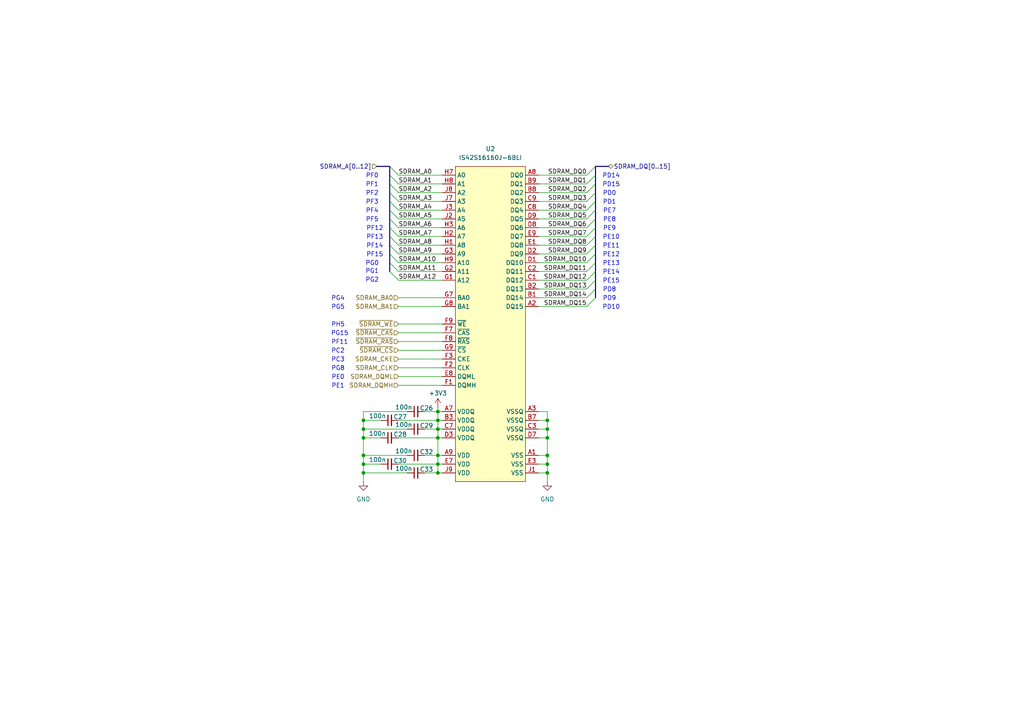
<source format=kicad_sch>
(kicad_sch (version 20231120) (generator "eeschema") (generator_version "8.0")
  (paper "A4")
  (lib_symbols
    (symbol "Device:C_Small" (pin_numbers hide) (pin_names (offset 0.254) hide)
      (property "Reference" "C" (at 0.254 1.778 0))
      (property "Value" "C_Small" (at 0.254 -2.032 0))
      (symbol "C_Small_0_1"
        (polyline (pts (xy -1.524 -0.508) (xy 1.524 -0.508)) (stroke (width 0.3302)))
        (polyline (pts (xy -1.524 0.508) (xy 1.524 0.508)) (stroke (width 0.3048)))
      )
      (symbol "C_Small_1_1"
        (pin passive line (at 0 2.54 270) (length 2.032) (name "~") (number "1"))
        (pin passive line (at 0 -2.54 90) (length 2.032) (name "~") (number "2"))
      )
    )
    (symbol "Memory_SDRAM:IS42S16160J-6BLI-BGA"
      (property "Reference" "U" (at 0 50.038 0))
      (property "Value" "IS42S16160J-6BLI" (at 0 47.752 0))
      (symbol "IS42S16160J-6BLI-BGA_1_1"
        (rectangle (start -10.16 45.72) (end 10.16 -45.72) (fill (type background)))
        (pin power_in line (at 13.97 -38.1 180) (length 3.81) (name "VSS") (number "A1"))
        (pin bidirectional line (at 13.97 5.08 180) (length 3.81) (name "DQ15") (number "A2"))
        (pin power_in line (at 13.97 -25.4 180) (length 3.81) (name "VSSQ") (number "A3"))
        (pin power_in line (at -13.97 -25.4 0) (length 3.81) (name "VDDQ") (number "A7"))
        (pin bidirectional line (at 13.97 43.18 180) (length 3.81) (name "DQ0") (number "A8"))
        (pin power_in line (at -13.97 -38.1 0) (length 3.81) (name "VDD") (number "A9"))
        (pin bidirectional line (at 13.97 7.62 180) (length 3.81) (name "DQ14") (number "B1"))
        (pin bidirectional line (at 13.97 10.16 180) (length 3.81) (name "DQ13") (number "B2"))
        (pin power_in line (at -13.97 -27.94 0) (length 3.81) (name "VDDQ") (number "B3"))
        (pin power_in line (at 13.97 -27.94 180) (length 3.81) (name "VSSQ") (number "B7"))
        (pin bidirectional line (at 13.97 38.1 180) (length 3.81) (name "DQ2") (number "B8"))
        (pin bidirectional line (at 13.97 40.64 180) (length 3.81) (name "DQ1") (number "B9"))
        (pin bidirectional line (at 13.97 12.7 180) (length 3.81) (name "DQ12") (number "C1"))
        (pin bidirectional line (at 13.97 15.24 180) (length 3.81) (name "DQ11") (number "C2"))
        (pin power_in line (at 13.97 -30.48 180) (length 3.81) (name "VSSQ") (number "C3"))
        (pin power_in line (at -13.97 -30.48 0) (length 3.81) (name "VDDQ") (number "C7"))
        (pin bidirectional line (at 13.97 33.02 180) (length 3.81) (name "DQ4") (number "C8"))
        (pin bidirectional line (at 13.97 35.56 180) (length 3.81) (name "DQ3") (number "C9"))
        (pin bidirectional line (at 13.97 17.78 180) (length 3.81) (name "DQ10") (number "D1"))
        (pin bidirectional line (at 13.97 20.32 180) (length 3.81) (name "DQ9") (number "D2"))
        (pin power_in line (at -13.97 -33.02 0) (length 3.81) (name "VDDQ") (number "D3"))
        (pin power_in line (at 13.97 -33.02 180) (length 3.81) (name "VSSQ") (number "D7"))
        (pin bidirectional line (at 13.97 27.94 180) (length 3.81) (name "DQ6") (number "D8"))
        (pin bidirectional line (at 13.97 30.48 180) (length 3.81) (name "DQ5") (number "D9"))
        (pin bidirectional line (at 13.97 22.86 180) (length 3.81) (name "DQ8") (number "E1"))
        (pin no_connect line (at 13.97 0 180) (length 3.81) hide (name "NC") (number "E2"))
        (pin power_in line (at 13.97 -40.64 180) (length 3.81) (name "VSS") (number "E3"))
        (pin power_in line (at -13.97 -40.64 0) (length 3.81) (name "VDD") (number "E7"))
        (pin input line (at -13.97 -15.24 0) (length 3.81) (name "DQML") (number "E8"))
        (pin bidirectional line (at 13.97 25.4 180) (length 3.81) (name "DQ7") (number "E9"))
        (pin input line (at -13.97 -17.78 0) (length 3.81) (name "DQMH") (number "F1"))
        (pin input line (at -13.97 -12.7 0) (length 3.81) (name "CLK") (number "F2"))
        (pin input line (at -13.97 -10.16 0) (length 3.81) (name "CKE") (number "F3"))
        (pin input line (at -13.97 -2.54 0) (length 3.81) (name "~{CAS}") (number "F7"))
        (pin input line (at -13.97 -5.08 0) (length 3.81) (name "~{RAS}") (number "F8"))
        (pin input line (at -13.97 0 0) (length 3.81) (name "~{WE}") (number "F9"))
        (pin input line (at -13.97 12.7 0) (length 3.81) (name "A12") (number "G1"))
        (pin input line (at -13.97 15.24 0) (length 3.81) (name "A11") (number "G2"))
        (pin input line (at -13.97 20.32 0) (length 3.81) (name "A9") (number "G3"))
        (pin input line (at -13.97 7.62 0) (length 3.81) (name "BA0") (number "G7"))
        (pin input line (at -13.97 5.08 0) (length 3.81) (name "BA1") (number "G8"))
        (pin input line (at -13.97 -7.62 0) (length 3.81) (name "~{CS}") (number "G9"))
        (pin input line (at -13.97 22.86 0) (length 3.81) (name "A8") (number "H1"))
        (pin input line (at -13.97 25.4 0) (length 3.81) (name "A7") (number "H2"))
        (pin input line (at -13.97 27.94 0) (length 3.81) (name "A6") (number "H3"))
        (pin input line (at -13.97 43.18 0) (length 3.81) (name "A0") (number "H7"))
        (pin input line (at -13.97 40.64 0) (length 3.81) (name "A1") (number "H8"))
        (pin input line (at -13.97 17.78 0) (length 3.81) (name "A10") (number "H9"))
        (pin power_in line (at 13.97 -43.18 180) (length 3.81) (name "VSS") (number "J1"))
        (pin input line (at -13.97 30.48 0) (length 3.81) (name "A5") (number "J2"))
        (pin input line (at -13.97 33.02 0) (length 3.81) (name "A4") (number "J3"))
        (pin input line (at -13.97 35.56 0) (length 3.81) (name "A3") (number "J7"))
        (pin input line (at -13.97 38.1 0) (length 3.81) (name "A2") (number "J8"))
        (pin power_in line (at -13.97 -43.18 0) (length 3.81) (name "VDD") (number "J9"))
      )
    )
    (symbol "power:+3V3" (power) (pin_numbers hide) (pin_names (offset 0) hide)
      (property "Value" "+3V3" (at 0 3.556 0))
      (symbol "+3V3_0_1"
        (polyline (pts (xy -0.762 1.27) (xy 0 2.54)))
        (polyline (pts (xy 0 0) (xy 0 2.54)))
        (polyline (pts (xy 0 2.54) (xy 0.762 1.27)))
      )
      (symbol "+3V3_1_1"
        (pin power_in line (at 0 0 90) (length 0) (name "~") (number "1"))
      )
    )
    (symbol "power:GND" (power) (pin_numbers hide) (pin_names (offset 0) hide)
      (property "Value" "GND" (at 0 -3.81 0))
      (symbol "GND_0_1"
        (polyline (pts (xy 0 0) (xy 0 -1.27) (xy 1.27 -1.27) (xy 0 -2.54) (xy -1.27 -1.27) (xy 0 -1.27)))
      )
      (symbol "GND_1_1"
        (pin power_in line (at 0 0 270) (length 0) (name "~") (number "1"))
      )
    )
  )
  (junction (at 105.41 132.08))
  (junction (at 158.75 124.46))
  (junction (at 127 134.62))
  (junction (at 158.75 137.16))
  (junction (at 158.75 121.92))
  (junction (at 127 127))
  (junction (at 105.41 121.92))
  (junction (at 105.41 124.46))
  (junction (at 105.41 127))
  (junction (at 158.75 132.08))
  (junction (at 127 119.38))
  (junction (at 105.41 134.62))
  (junction (at 105.41 137.16))
  (junction (at 158.75 134.62))
  (junction (at 127 121.92))
  (junction (at 127 132.08))
  (junction (at 158.75 127))
  (junction (at 127 137.16))
  (junction (at 127 124.46))
  (bus_entry (at 113.03 55.88) (size 2.54 2.54))
  (bus_entry (at 172.72 73.66) (size -2.54 2.54))
  (bus_entry (at 172.72 76.2) (size -2.54 2.54))
  (bus_entry (at 113.03 48.26) (size 2.54 2.54))
  (bus_entry (at 172.72 48.26) (size -2.54 2.54))
  (bus_entry (at 113.03 63.5) (size 2.54 2.54))
  (bus_entry (at 113.03 78.74) (size 2.54 2.54))
  (bus_entry (at 172.72 53.34) (size -2.54 2.54))
  (bus_entry (at 113.03 76.2) (size 2.54 2.54))
  (bus_entry (at 172.72 66.04) (size -2.54 2.54))
  (bus_entry (at 172.72 83.82) (size -2.54 2.54))
  (bus_entry (at 113.03 71.12) (size 2.54 2.54))
  (bus_entry (at 172.72 63.5) (size -2.54 2.54))
  (bus_entry (at 172.72 71.12) (size -2.54 2.54))
  (bus_entry (at 172.72 78.74) (size -2.54 2.54))
  (bus_entry (at 113.03 68.58) (size 2.54 2.54))
  (bus_entry (at 172.72 60.96) (size -2.54 2.54))
  (bus_entry (at 113.03 53.34) (size 2.54 2.54))
  (bus_entry (at 172.72 86.36) (size -2.54 2.54))
  (bus_entry (at 113.03 66.04) (size 2.54 2.54))
  (bus_entry (at 172.72 68.58) (size -2.54 2.54))
  (bus_entry (at 113.03 73.66) (size 2.54 2.54))
  (bus_entry (at 172.72 81.28) (size -2.54 2.54))
  (bus_entry (at 113.03 50.8) (size 2.54 2.54))
  (bus_entry (at 172.72 58.42) (size -2.54 2.54))
  (bus_entry (at 172.72 55.88) (size -2.54 2.54))
  (bus_entry (at 172.72 50.8) (size -2.54 2.54))
  (bus_entry (at 113.03 60.96) (size 2.54 2.54))
  (bus_entry (at 113.03 58.42) (size 2.54 2.54))
  (wire (pts (xy 115.57 93.98) (xy 128.27 93.98)))
  (bus (pts (xy 172.72 60.96) (xy 172.72 63.5)))
  (wire (pts (xy 156.21 63.5) (xy 170.18 63.5)))
  (wire (pts (xy 115.57 60.96) (xy 128.27 60.96)))
  (wire (pts (xy 105.41 124.46) (xy 105.41 127)))
  (wire (pts (xy 127 119.38) (xy 128.27 119.38)))
  (bus (pts (xy 113.03 48.26) (xy 113.03 50.8)))
  (bus (pts (xy 172.72 66.04) (xy 172.72 68.58)))
  (wire (pts (xy 156.21 127) (xy 158.75 127)))
  (bus (pts (xy 113.03 73.66) (xy 113.03 76.2)))
  (wire (pts (xy 156.21 124.46) (xy 158.75 124.46)))
  (wire (pts (xy 105.41 132.08) (xy 118.11 132.08)))
  (wire (pts (xy 115.57 109.22) (xy 128.27 109.22)))
  (bus (pts (xy 172.72 81.28) (xy 172.72 83.82)))
  (wire (pts (xy 115.57 53.34) (xy 128.27 53.34)))
  (wire (pts (xy 105.41 134.62) (xy 105.41 137.16)))
  (wire (pts (xy 115.57 96.52) (xy 128.27 96.52)))
  (wire (pts (xy 156.21 71.12) (xy 170.18 71.12)))
  (wire (pts (xy 127 121.92) (xy 128.27 121.92)))
  (wire (pts (xy 115.57 78.74) (xy 128.27 78.74)))
  (wire (pts (xy 127 134.62) (xy 127 137.16)))
  (wire (pts (xy 158.75 132.08) (xy 158.75 134.62)))
  (wire (pts (xy 156.21 134.62) (xy 158.75 134.62)))
  (wire (pts (xy 115.57 76.2) (xy 128.27 76.2)))
  (wire (pts (xy 156.21 73.66) (xy 170.18 73.66)))
  (bus (pts (xy 172.72 48.26) (xy 176.53 48.26)))
  (wire (pts (xy 105.41 137.16) (xy 118.11 137.16)))
  (wire (pts (xy 156.21 86.36) (xy 170.18 86.36)))
  (wire (pts (xy 127 137.16) (xy 128.27 137.16)))
  (wire (pts (xy 156.21 78.74) (xy 170.18 78.74)))
  (wire (pts (xy 115.57 88.9) (xy 128.27 88.9)))
  (wire (pts (xy 156.21 76.2) (xy 170.18 76.2)))
  (wire (pts (xy 127 132.08) (xy 128.27 132.08)))
  (wire (pts (xy 105.41 119.38) (xy 105.41 121.92)))
  (wire (pts (xy 115.57 127) (xy 127 127)))
  (wire (pts (xy 127 118.11) (xy 127 119.38)))
  (wire (pts (xy 115.57 73.66) (xy 128.27 73.66)))
  (wire (pts (xy 115.57 58.42) (xy 128.27 58.42)))
  (wire (pts (xy 115.57 106.68) (xy 128.27 106.68)))
  (wire (pts (xy 115.57 71.12) (xy 128.27 71.12)))
  (wire (pts (xy 105.41 127) (xy 110.49 127)))
  (bus (pts (xy 113.03 60.96) (xy 113.03 63.5)))
  (wire (pts (xy 156.21 58.42) (xy 170.18 58.42)))
  (wire (pts (xy 158.75 119.38) (xy 158.75 121.92)))
  (wire (pts (xy 158.75 134.62) (xy 158.75 137.16)))
  (wire (pts (xy 115.57 81.28) (xy 128.27 81.28)))
  (wire (pts (xy 127 132.08) (xy 127 134.62)))
  (wire (pts (xy 156.21 50.8) (xy 170.18 50.8)))
  (wire (pts (xy 123.19 124.46) (xy 127 124.46)))
  (bus (pts (xy 172.72 83.82) (xy 172.72 86.36)))
  (wire (pts (xy 123.19 137.16) (xy 127 137.16)))
  (bus (pts (xy 172.72 50.8) (xy 172.72 53.34)))
  (wire (pts (xy 156.21 53.34) (xy 170.18 53.34)))
  (wire (pts (xy 115.57 99.06) (xy 128.27 99.06)))
  (wire (pts (xy 156.21 55.88) (xy 170.18 55.88)))
  (bus (pts (xy 109.22 48.26) (xy 113.03 48.26)))
  (bus (pts (xy 172.72 53.34) (xy 172.72 55.88)))
  (wire (pts (xy 105.41 124.46) (xy 118.11 124.46)))
  (wire (pts (xy 115.57 68.58) (xy 128.27 68.58)))
  (wire (pts (xy 127 119.38) (xy 127 121.92)))
  (wire (pts (xy 156.21 121.92) (xy 158.75 121.92)))
  (bus (pts (xy 113.03 76.2) (xy 113.03 78.74)))
  (wire (pts (xy 158.75 127) (xy 158.75 132.08)))
  (wire (pts (xy 156.21 60.96) (xy 170.18 60.96)))
  (bus (pts (xy 113.03 66.04) (xy 113.03 68.58)))
  (wire (pts (xy 115.57 104.14) (xy 128.27 104.14)))
  (wire (pts (xy 127 121.92) (xy 127 124.46)))
  (bus (pts (xy 172.72 58.42) (xy 172.72 60.96)))
  (wire (pts (xy 105.41 121.92) (xy 105.41 124.46)))
  (wire (pts (xy 115.57 66.04) (xy 128.27 66.04)))
  (wire (pts (xy 115.57 55.88) (xy 128.27 55.88)))
  (bus (pts (xy 113.03 50.8) (xy 113.03 53.34)))
  (wire (pts (xy 105.41 127) (xy 105.41 132.08)))
  (wire (pts (xy 115.57 63.5) (xy 128.27 63.5)))
  (wire (pts (xy 156.21 66.04) (xy 170.18 66.04)))
  (bus (pts (xy 113.03 53.34) (xy 113.03 55.88)))
  (wire (pts (xy 115.57 101.6) (xy 128.27 101.6)))
  (bus (pts (xy 172.72 73.66) (xy 172.72 76.2)))
  (wire (pts (xy 123.19 132.08) (xy 127 132.08)))
  (bus (pts (xy 113.03 71.12) (xy 113.03 73.66)))
  (wire (pts (xy 105.41 137.16) (xy 105.41 139.7)))
  (bus (pts (xy 172.72 71.12) (xy 172.72 73.66)))
  (wire (pts (xy 115.57 50.8) (xy 128.27 50.8)))
  (wire (pts (xy 158.75 124.46) (xy 158.75 127)))
  (wire (pts (xy 156.21 88.9) (xy 170.18 88.9)))
  (bus (pts (xy 113.03 58.42) (xy 113.03 60.96)))
  (wire (pts (xy 127 124.46) (xy 127 127)))
  (wire (pts (xy 115.57 121.92) (xy 127 121.92)))
  (wire (pts (xy 156.21 137.16) (xy 158.75 137.16)))
  (bus (pts (xy 113.03 55.88) (xy 113.03 58.42)))
  (wire (pts (xy 105.41 134.62) (xy 110.49 134.62)))
  (wire (pts (xy 115.57 86.36) (xy 128.27 86.36)))
  (wire (pts (xy 105.41 132.08) (xy 105.41 134.62)))
  (bus (pts (xy 172.72 78.74) (xy 172.72 81.28)))
  (wire (pts (xy 115.57 111.76) (xy 128.27 111.76)))
  (wire (pts (xy 156.21 83.82) (xy 170.18 83.82)))
  (wire (pts (xy 127 134.62) (xy 128.27 134.62)))
  (wire (pts (xy 105.41 121.92) (xy 110.49 121.92)))
  (wire (pts (xy 127 127) (xy 128.27 127)))
  (wire (pts (xy 156.21 68.58) (xy 170.18 68.58)))
  (bus (pts (xy 172.72 48.26) (xy 172.72 50.8)))
  (bus (pts (xy 172.72 55.88) (xy 172.72 58.42)))
  (wire (pts (xy 123.19 119.38) (xy 127 119.38)))
  (bus (pts (xy 172.72 68.58) (xy 172.72 71.12)))
  (wire (pts (xy 127 127) (xy 127 132.08)))
  (bus (pts (xy 172.72 76.2) (xy 172.72 78.74)))
  (bus (pts (xy 113.03 63.5) (xy 113.03 66.04)))
  (wire (pts (xy 158.75 137.16) (xy 158.75 139.7)))
  (wire (pts (xy 105.41 119.38) (xy 118.11 119.38)))
  (wire (pts (xy 156.21 119.38) (xy 158.75 119.38)))
  (bus (pts (xy 172.72 63.5) (xy 172.72 66.04)))
  (wire (pts (xy 115.57 134.62) (xy 127 134.62)))
  (wire (pts (xy 127 124.46) (xy 128.27 124.46)))
  (wire (pts (xy 156.21 81.28) (xy 170.18 81.28)))
  (bus (pts (xy 113.03 68.58) (xy 113.03 71.12)))
  (wire (pts (xy 156.21 132.08) (xy 158.75 132.08)))
  (wire (pts (xy 158.75 121.92) (xy 158.75 124.46)))
  (text "PE15" (at 177.292 81.534 0) (effects (font (size 1.27 1.27))))
  (text "PD9" (at 176.784 86.614 0) (effects (font (size 1.27 1.27))))
  (text "PD0" (at 176.784 56.134 0) (effects (font (size 1.27 1.27))))
  (text "PF0" (at 107.95 51.054 0) (effects (font (size 1.27 1.27))))
  (text "PE8" (at 176.784 63.754 0) (effects (font (size 1.27 1.27))))
  (text "PF1" (at 107.95 53.594 0) (effects (font (size 1.27 1.27))))
  (text "PE9" (at 176.784 66.294 0) (effects (font (size 1.27 1.27))))
  (text "PG1" (at 107.95 78.74 0) (effects (font (size 1.27 1.27))))
  (text "PC2" (at 98.044 101.854 0) (effects (font (size 1.27 1.27))))
  (text "PF5" (at 107.95 63.754 0) (effects (font (size 1.27 1.27))))
  (text "PG5" (at 98.044 89.154 0) (effects (font (size 1.27 1.27))))
  (text "PE0" (at 98.044 109.474 0) (effects (font (size 1.27 1.27))))
  (text "PD10" (at 177.292 89.154 0) (effects (font (size 1.27 1.27))))
  (text "PF14" (at 108.712 71.374 0) (effects (font (size 1.27 1.27))))
  (text "PE12" (at 177.292 73.914 0) (effects (font (size 1.27 1.27))))
  (text "PF15" (at 108.712 73.914 0) (effects (font (size 1.27 1.27))))
  (text "PD1" (at 176.784 58.674 0) (effects (font (size 1.27 1.27))))
  (text "PG4" (at 98.044 86.614 0) (effects (font (size 1.27 1.27))))
  (text "PG8" (at 98.044 106.934 0) (effects (font (size 1.27 1.27))))
  (text "PC3" (at 98.044 104.394 0) (effects (font (size 1.27 1.27))))
  (text "PD8" (at 176.784 84.074 0) (effects (font (size 1.27 1.27))))
  (text "PE13" (at 177.292 76.454 0) (effects (font (size 1.27 1.27))))
  (text "PF13" (at 108.712 68.834 0) (effects (font (size 1.27 1.27))))
  (text "PF4" (at 107.95 61.214 0) (effects (font (size 1.27 1.27))))
  (text "PD14" (at 177.292 51.054 0) (effects (font (size 1.27 1.27))))
  (text "PF11" (at 98.552 99.314 0) (effects (font (size 1.27 1.27))))
  (text "PF12" (at 108.712 66.294 0) (effects (font (size 1.27 1.27))))
  (text "PG0" (at 107.95 76.454 0) (effects (font (size 1.27 1.27))))
  (text "PE1" (at 98.044 112.014 0) (effects (font (size 1.27 1.27))))
  (text "PH5" (at 98.044 94.234 0) (effects (font (size 1.27 1.27))))
  (text "PG2" (at 107.95 81.28 0) (effects (font (size 1.27 1.27))))
  (text "PE14" (at 177.292 78.994 0) (effects (font (size 1.27 1.27))))
  (text "PD15" (at 177.292 53.594 0) (effects (font (size 1.27 1.27))))
  (text "PF3" (at 107.95 58.674 0) (effects (font (size 1.27 1.27))))
  (text "PG15" (at 98.552 96.774 0) (effects (font (size 1.27 1.27))))
  (text "PE10" (at 177.292 68.834 0) (effects (font (size 1.27 1.27))))
  (text "PE11" (at 177.292 71.374 0) (effects (font (size 1.27 1.27))))
  (text "PF2" (at 107.95 56.134 0) (effects (font (size 1.27 1.27))))
  (text "PE7" (at 176.784 61.214 0) (effects (font (size 1.27 1.27))))
  (label "SDRAM_A0" (at 115.57 50.8 0))
  (label "SDRAM_A8" (at 115.57 71.12 0))
  (label "SDRAM_A1" (at 115.57 53.34 0))
  (label "SDRAM_DQ9" (at 170.18 73.66 180))
  (label "SDRAM_DQ10" (at 170.18 76.2 180))
  (label "SDRAM_A7" (at 115.57 68.58 0))
  (label "SDRAM_A4" (at 115.57 60.96 0))
  (label "SDRAM_A6" (at 115.57 66.04 0))
  (label "SDRAM_DQ5" (at 170.18 63.5 180))
  (label "SDRAM_DQ6" (at 170.18 66.04 180))
  (label "SDRAM_A2" (at 115.57 55.88 0))
  (label "SDRAM_DQ11" (at 170.18 78.74 180))
  (label "SDRAM_DQ1" (at 170.18 53.34 180))
  (label "SDRAM_A11" (at 115.57 78.74 0))
  (label "SDRAM_DQ2" (at 170.18 55.88 180))
  (label "SDRAM_A3" (at 115.57 58.42 0))
  (label "SDRAM_DQ3" (at 170.18 58.42 180))
  (label "SDRAM_DQ4" (at 170.18 60.96 180))
  (label "SDRAM_DQ7" (at 170.18 68.58 180))
  (label "SDRAM_A12" (at 115.57 81.28 0))
  (label "SDRAM_A5" (at 115.57 63.5 0))
  (label "SDRAM_DQ12" (at 170.18 81.28 180))
  (label "SDRAM_A10" (at 115.57 76.2 0))
  (label "SDRAM_DQ14" (at 170.18 86.36 180))
  (label "SDRAM_DQ8" (at 170.18 71.12 180))
  (label "SDRAM_A9" (at 115.57 73.66 0))
  (label "SDRAM_DQ15" (at 170.18 88.9 180))
  (label "SDRAM_DQ13" (at 170.18 83.82 180))
  (label "SDRAM_DQ0" (at 170.18 50.8 180))
  (hierarchical_label "SDRAM_CKE" (shape input) (at 115.57 104.14 180))
  (hierarchical_label "~{SDRAM_CAS}" (shape input) (at 115.57 96.52 180))
  (hierarchical_label "~{SDRAM_CS}" (shape input) (at 115.57 101.6 180))
  (hierarchical_label "SDRAM_CLK" (shape input) (at 115.57 106.68 180))
  (hierarchical_label "SDRAM_DQML" (shape input) (at 115.57 109.22 180))
  (hierarchical_label "SDRAM_A[0..12]" (shape input) (at 109.22 48.26 180))
  (hierarchical_label "~{SDRAM_RAS}" (shape input) (at 115.57 99.06 180))
  (hierarchical_label "~{SDRAM_WE}" (shape input) (at 115.57 93.98 180))
  (hierarchical_label "SDRAM_BA0" (shape input) (at 115.57 86.36 180))
  (hierarchical_label "SDRAM_DQMH" (shape input) (at 115.57 111.76 180))
  (hierarchical_label "SDRAM_BA1" (shape input) (at 115.57 88.9 180))
  (hierarchical_label "SDRAM_DQ[0..15]" (shape bidirectional) (at 176.53 48.26 0))
  (symbol (lib_id "Device:C_Small") (at 120.65 132.08 90) (unit 1)
    (property "Reference" "C32" (at 123.698 131.064 90))
    (property "Value" "100n" (at 117.094 130.81 90))
    (property "Footprint" "Capacitor_SMD:C_0402_1005Metric" (effects (hide yes)))
    (property "Description" "Unpolarized capacitor, small symbol" (effects (hide yes)))
    (instances (project "siplex-som-s16" (path "" (reference "C32") (unit 1))) (project "siplex-som-s16" (path "" (reference "C50") (unit 1))))
  )
  (symbol (lib_id "power:+3V3") (at 127 118.11 0) (unit 1)
    (property "Reference" "#PWR050" (effects (hide yes)))
    (property "Value" "+3V3" (at 127 114.046 0))
    (property "Description" "Power symbol creates a global label with name \"+3V3\"" (effects (hide yes)))
    (instances (project "siplex-som-s16" (path "" (reference "#PWR050") (unit 1))) (project "siplex-som-s16" (path "" (reference "#PWR097") (unit 1))))
  )
  (symbol (lib_id "Device:C_Small") (at 120.65 124.46 90) (unit 1)
    (property "Reference" "C29" (at 123.698 123.444 90))
    (property "Value" "100n" (at 117.094 123.19 90))
    (property "Footprint" "Capacitor_SMD:C_0402_1005Metric" (effects (hide yes)))
    (property "Description" "Unpolarized capacitor, small symbol" (effects (hide yes)))
    (instances (project "siplex-som-s16" (path "" (reference "C29") (unit 1))) (project "siplex-som-s16" (path "" (reference "C49") (unit 1))))
  )
  (symbol (lib_id "Device:C_Small") (at 120.65 119.38 90) (unit 1)
    (property "Reference" "C26" (at 123.698 118.364 90))
    (property "Value" "100n" (at 117.094 118.11 90))
    (property "Footprint" "Capacitor_SMD:C_0402_1005Metric" (effects (hide yes)))
    (property "Description" "Unpolarized capacitor, small symbol" (effects (hide yes)))
    (instances (project "siplex-som-s16" (path "" (reference "C26") (unit 1))) (project "siplex-som-s16" (path "" (reference "C48") (unit 1))))
  )
  (symbol (lib_id "Memory_SDRAM:IS42S16160J-6BLI-BGA") (at 142.24 93.98 0) (unit 1)
    (property "Reference" "U2" (at 142.24 43.18 0))
    (property "Value" "IS42S16160J-6BLI" (at 142.24 45.72 0))
    (property "Footprint" "Package_BGA:Alliance_TFBGA-54_8x8mm_Layout9x9_P0.8mm" (effects (hide yes)))
    (instances (project "siplex-som-s16" (path "" (reference "U2") (unit 1))) (project "siplex-som-s16" (path "" (reference "U6") (unit 1))))
  )
  (symbol (lib_id "Device:C_Small") (at 113.03 134.62 90) (unit 1)
    (property "Reference" "C30" (at 116.078 133.604 90))
    (property "Value" "100n" (at 109.474 133.35 90))
    (property "Footprint" "Capacitor_SMD:C_0402_1005Metric" (effects (hide yes)))
    (property "Description" "Unpolarized capacitor, small symbol" (effects (hide yes)))
    (instances (project "siplex-som-s16" (path "" (reference "C30") (unit 1))) (project "siplex-som-s16" (path "" (reference "C47") (unit 1))))
  )
  (symbol (lib_id "Device:C_Small") (at 113.03 127 90) (unit 1)
    (property "Reference" "C28" (at 116.078 125.984 90))
    (property "Value" "100n" (at 109.474 125.73 90))
    (property "Footprint" "Capacitor_SMD:C_0402_1005Metric" (effects (hide yes)))
    (property "Description" "Unpolarized capacitor, small symbol" (effects (hide yes)))
    (instances (project "siplex-som-s16" (path "" (reference "C28") (unit 1))) (project "siplex-som-s16" (path "" (reference "C46") (unit 1))))
  )
  (symbol (lib_id "power:GND") (at 105.41 139.7 0) (unit 1)
    (property "Reference" "#PWR049" (effects (hide yes)))
    (property "Value" "GND" (at 105.41 144.78 0))
    (property "Description" "Power symbol creates a global label with name \"GND\" , ground" (effects (hide yes)))
    (instances (project "siplex-som-s16" (path "" (reference "#PWR049") (unit 1))) (project "siplex-som-s16" (path "" (reference "#PWR096") (unit 1))))
  )
  (symbol (lib_id "power:GND") (at 158.75 139.7 0) (unit 1)
    (property "Reference" "#PWR051" (effects (hide yes)))
    (property "Value" "GND" (at 158.75 144.78 0))
    (property "Description" "Power symbol creates a global label with name \"GND\" , ground" (effects (hide yes)))
    (instances (project "siplex-som-s16" (path "" (reference "#PWR051") (unit 1))) (project "siplex-som-s16" (path "" (reference "#PWR098") (unit 1))))
  )
  (symbol (lib_id "Device:C_Small") (at 120.65 137.16 90) (unit 1)
    (property "Reference" "C33" (at 123.698 136.144 90))
    (property "Value" "100n" (at 117.094 135.89 90))
    (property "Footprint" "Capacitor_SMD:C_0402_1005Metric" (effects (hide yes)))
    (property "Description" "Unpolarized capacitor, small symbol" (effects (hide yes)))
    (instances (project "siplex-som-s16" (path "" (reference "C33") (unit 1))) (project "siplex-som-s16" (path "" (reference "C51") (unit 1))))
  )
  (symbol (lib_id "Device:C_Small") (at 113.03 121.92 90) (unit 1)
    (property "Reference" "C27" (at 116.078 120.904 90))
    (property "Value" "100n" (at 109.474 120.65 90))
    (property "Footprint" "Capacitor_SMD:C_0402_1005Metric" (effects (hide yes)))
    (property "Description" "Unpolarized capacitor, small symbol" (effects (hide yes)))
    (instances (project "siplex-som-s16" (path "" (reference "C27") (unit 1))) (project "siplex-som-s16" (path "" (reference "C45") (unit 1))))
  )
)
</source>
